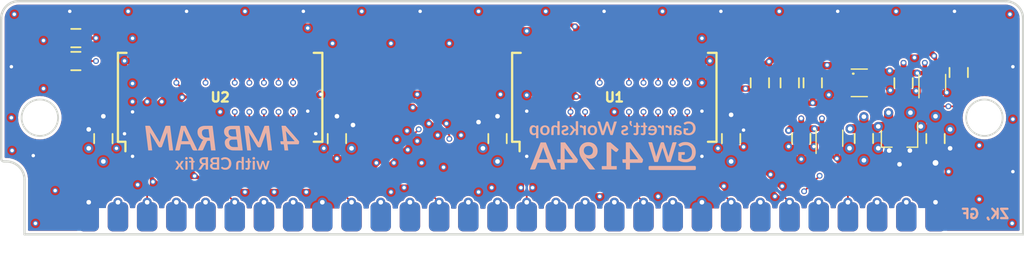
<source format=kicad_pcb>
(kicad_pcb (version 20221018) (generator pcbnew)
  (title_block (title "GW4194A") (date "2023-01-20") (rev "1.1-SOJ-DC") (company "Garrett's Workshop"))
  (layers (0 "F.Cu" signal) (1 "In1.Cu" power) (2 "In2.Cu" power) (31 "B.Cu" signal) (34 "B.Paste" user) (35 "F.Paste" user) (36 "B.SilkS" user "B.Silkscreen") (37 "F.SilkS" user "F.Silkscreen") (38 "B.Mask" user) (39 "F.Mask" user) (44 "Edge.Cuts" user))
  (net 0 "")
  (net 1 "+5V")
  (net 2 "/D0")
  (net 3 "/D1")
  (net 4 "/~{WE}")
  (net 5 "/~{RAS}")
  (net 6 "/~{CAS}")
  (net 7 "/D2")
  (net 8 "/D3")
  (net 9 "GND")
  (net 10 "/D4")
  (net 11 "/D5")
  (net 12 "/D6")
  (net 13 "/A11")
  (net 14 "/D7")
  (net 15 "/QP")
  (net 16 "/~{CASP}")
  (net 17 "/DP")
  (net 18 "/1A0")
  (net 19 "/1A1")
  (net 20 "/1A2")
  (net 21 "/1A3")
  (net 22 "/1A4")
  (net 23 "/1A5")
  (net 24 "/1A6")
  (net 25 "/1A7")
  (net 26 "/1A8")
  (net 27 "/1A10")
  (net 28 "/1A9")
  (net 29 "/~{RWE}")
  (net 30 "/~{OE}")
  (net 31 "/~{WEE}")
  (net 32 "Net-(U4-CK)")
  (net 33 "+3V3")
  (net 34 "Net-(U4-~{R})")
  (net 35 "Net-(R4-Pad2)")
  (footprint "stdpads:C_0805" (layer "F.Cu") (at 85.09 93.257 -90)
    (fp_text reference "C1" hide)
    (fp_text value "2u2" hide)
  )
  (footprint "stdpads:C_0805" (layer "F.Cu") (at 105.41 93.257 -90)
    (fp_text reference "C2" hide)
    (fp_text value "2u2" hide)
  )
  (footprint "stdpads:C_0805" (layer "F.Cu") (at 119.38 93.257 -90)
    (fp_text reference "C3" hide)
    (fp_text value "2u2" hide)
  )
  (footprint "stdpads:C_0805" (layer "F.Cu") (at 157.48 93.257 90)
    (fp_text reference "C5" hide)
    (fp_text value "2u2" hide)
  )
  (footprint "stdpads:SIMM-30_Edge" (layer "F.Cu") (at 120.65 99.822)
    (fp_text reference "J1")
    (fp_text value "DRAM-SIMM-30")
  )
  (footprint "stdpads:R_0805" (layer "F.Cu") (at 82.7 86.5 180)
    (fp_text reference "R1")
    (fp_text value "EDO")
  )
  (footprint "stdpads:R_0805" (layer "F.Cu") (at 82.7 84.5)
    (fp_text reference "R2")
    (fp_text value "FPM")
  )
  (footprint "stdpads:C_0805" (layer "F.Cu") (at 146.8 88.4 -90)
    (fp_text reference "C9")
    (fp_text value "22p")
  )
  (footprint "stdpads:R_0805" (layer "F.Cu") (at 144.8 88.4 -90)
    (fp_text reference "R3")
    (fp_text value "100")
  )
  (footprint "stdpads:SOT-353" (layer "F.Cu") (at 148.25 93.25)
    (fp_text reference "U3")
    (fp_text value "74LVC1G04")
  )
  (footprint "stdpads:SOT-353" (layer "F.Cu") (at 157.2 88.4)
    (fp_text reference "U5")
    (fp_text value "74LVC1G32")
  )
  (footprint "stdpads:C_0805" (layer "F.Cu") (at 154.7 88.4 -90)
    (fp_text reference "C8")
    (fp_text value "2u2")
  )
  (footprint "stdpads:SOT-23" (layer "F.Cu") (at 154.35 93.25 90)
    (fp_text reference "U6")
    (fp_text value "XC6206PxxxMR")
  )
  (footprint "stdpads:C_0805" (layer "F.Cu") (at 151.25 93.25 -90)
    (fp_text reference "C7" hide)
    (fp_text value "2u2" hide)
  )
  (footprint "stdpads:R_0805" (layer "F.Cu") (at 142.2 88.4 90)
    (fp_text reference "R4")
    (fp_text value "100")
  )
  (footprint "stdpads:C_0805" (layer "F.Cu") (at 145.8 93.25 -90)
    (fp_text reference "C6")
    (fp_text value "2u2")
  )
  (footprint "stdpads:SOJ-24-26_300mil" (layer "F.Cu") (at 129.54 89.662 90)
    (fp_text reference "U1")
    (fp_text value "4C4M4")
  )
  (footprint "stdpads:SOJ-24-26_300mil" (layer "F.Cu") (at 95.25 89.662 90)
    (fp_text reference "U2")
    (fp_text value "4C4M4")
  )
  (footprint "stdpads:C_0805" (layer "F.Cu") (at 139.7 93.257 -90)
    (fp_text reference "C4")
    (fp_text value "2u2")
  )
  (footprint "stdpads:NXP_VSSOP-8_2.3x2mm_Big" (layer "F.Cu") (at 150.85 88.4)
    (fp_text reference "U4")
    (fp_text value "74LVC1G74DC")
  )
  (footprint "stdpads:R_0805" (layer "F.Cu") (at 159.5 87.5 -90)
    (fp_text reference "R5")
    (fp_text value "DNP")
  )
  (footprint "LOGO" (layer "B.Cu") (at 129.413 94.0435 180)
    (fp_text reference "G***" hide)
    (fp_text value "LOGO" hide)
  )
  (footprint "LOGO" (layer "B.Cu") (at 95.4405 93.98 180)
    (fp_text reference "G***" hide)
    (fp_text value "LOGO" hide)
  )
  (gr_circle (center 79.5655 91.44) (end 77.978 91.44) (stroke (width 0.15)) (fill none) (layer "Edge.Cuts"))
  (gr_circle (center 161.7345 91.44) (end 163.322 91.44) (stroke (width 0.15)) (fill none) (layer "Edge.Cuts"))
  (gr_arc (start 163.576 81.28) (mid 164.653631 81.726369) (end 165.1 82.804) (stroke (width 0.2)) (layer "Edge.Cuts"))
  (gr_arc (start 76.2 82.804) (mid 76.646369 81.726369) (end 77.724 81.28) (stroke (width 0.2)) (layer "Edge.Cuts"))
  (gr_line (start 76.6445 95.25) (end 76.454 95.25) (stroke (width 0.2)) (layer "Edge.Cuts"))
  (gr_line (start 78.232 101.6) (end 78.232 96.8375) (stroke (width 0.2)) (layer "Edge.Cuts"))
  (gr_arc (start 76.454 95.25) (mid 76.274395 95.175605) (end 76.2 94.996) (stroke (width 0.2)) (layer "Edge.Cuts"))
  (gr_arc (start 76.6445 95.25) (mid 77.767032 95.714968) (end 78.232 96.8375) (stroke (width 0.2)) (layer "Edge.Cuts"))
  (gr_line (start 76.2 94.996) (end 76.2 82.804) (stroke (width 0.2)) (layer "Edge.Cuts"))
  (gr_line (start 165.1 101.6) (end 78.232 101.6) (stroke (width 0.2)) (layer "Edge.Cuts"))
  (gr_line (start 165.1 82.804) (end 165.1 101.6) (stroke (width 0.2)) (layer "Edge.Cuts"))
  (gr_line (start 77.724 81.28) (end 163.576 81.28) (stroke (width 0.2)) (layer "Edge.Cuts"))
  (gr_text "ZK, GF" (at 161.798 99.822) (layer "B.SilkS") (effects (font (size 0.8128 0.8128) (thickness 0.2032)) (justify mirror)))
  (segment (start 154.35 94.3) (end 155.25 94.3) (width 0.8) (layer "F.Cu") (net 1))
  (segment (start 154.35 94.3) (end 153.45 94.3) (width 0.8) (layer "F.Cu") (net 1))
  (segment (start 154.35 94.3) (end 154.35 95.5) (width 0.8) (layer "F.Cu") (net 1))
  (segment (start 87.63 92.5195) (end 87.63 92.837) (width 0.6) (layer "F.Cu") (net 1))
  (segment (start 155.443 94.107) (end 155.25 94.3) (width 0.8) (layer "F.Cu") (net 1))
  (segment (start 85.09 92.407) (end 87.5175 92.407) (width 0.6) (layer "F.Cu") (net 1))
  (segment (start 87.5175 92.407) (end 87.63 92.5195) (width 0.6) (layer "F.Cu") (net 1))
  (segment (start 105.41 92.407) (end 105.41 91.313) (width 0.762) (layer "F.Cu") (net 1))
  (segment (start 137.209 92.407) (end 137.16 92.456) (width 0.6) (layer "F.Cu") (net 1))
  (segment (start 157.48 98.806) (end 157.48 95.377) (width 1.27) (layer "F.Cu") (net 1))
  (segment (start 139.7 92.407) (end 137.209 92.407) (width 0.6) (layer "F.Cu") (net 1))
  (segment (start 106.475 92.407) (end 106.807 92.075) (width 0.762) (layer "F.Cu") (net 1))
  (segment (start 118.315 92.407) (end 117.729 91.821) (width 0.762) (layer "F.Cu") (net 1))
  (segment (start 121.871 92.407) (end 121.92 92.456) (width 0.6) (layer "F.Cu") (net 1))
  (segment (start 83.869 92.407) (end 83.82 92.456) (width 0.762) (layer "F.Cu") (net 1))
  (segment (start 85.09 92.407) (end 85.09 91.313) (width 0.762) (layer "F.Cu") (net 1))
  (segment (start 137.16 92.456) (end 137.16 92.837) (width 0.6) (layer "F.Cu") (net 1))
  (segment (start 121.92 92.837) (end 121.92 94.8055) (width 0.6) (layer "F.Cu") (net 1))
  (segment (start 157.48 94.107) (end 158.75 94.107) (width 0.8) (layer "F.Cu") (net 1))
  (segment (start 102.87 92.837) (end 103.5685 92.837) (width 0.6) (layer "F.Cu") (net 1))
  (segment (start 137.16 92.837) (end 137.16 94.8055) (width 0.6) (layer "F.Cu") (net 1))
  (segment (start 140.667 92.407) (end 140.7795 92.5195) (width 0.508) (layer "F.Cu") (net 1))
  (segment (start 121.92 92.837) (end 121.92 90.8685) (width 0.6) (layer "F.Cu") (net 1))
  (segment (start 87.63 92.837) (end 86.9315 92.837) (width 0.6) (layer "F.Cu") (net 1))
  (segment (start 87.63 92.837) (end 87.63 94.8055) (width 0.6) (layer "F.Cu") (net 1))
  (segment (start 102.87 92.837) (end 102.87 90.8685) (width 0.6) (layer "F.Cu") (net 1))
  (segment (start 105.41 92.407) (end 106.475 92.407) (width 0.762) (layer "F.Cu") (net 1))
  (segment (start 157.48 94.107) (end 155.443 94.107) (width 0.8) (layer "F.Cu") (net 1))
  (segment (start 157.48 95.377) (end 157.48 94.107) (width 0.762) (layer "F.Cu") (net 1))
  (segment (start 137.16 92.837) (end 137.16 90.8685) (width 0.6) (layer "F.Cu") (net 1))
  (segment (start 102.919 92.407) (end 102.87 92.456) (width 0.6) (layer "F.Cu") (net 1))
  (segment (start 119.38 92.407) (end 118.315 92.407) (width 0.762) (layer "F.Cu") (net 1))
  (segment (start 139.7 92.407) (end 139.7 91.186) (width 0.762) (layer "F.Cu") (net 1))
  (segment (start 105.41 92.407) (end 102.919 92.407) (width 0.6) (layer "F.Cu") (net 1))
  (segment (start 119.38 92.407) (end 121.871 92.407) (width 0.6) (layer "F.Cu") (net 1))
  (segment (start 102.87 92.456) (end 102.87 92.837) (width 0.6) (layer "F.Cu") (net 1))
  (segment (start 87.63 94.112) (end 87.63 90.932) (width 0.6) (layer "F.Cu") (net 1))
  (segment (start 119.38 92.407) (end 119.38 91.313) (width 0.762) (layer "F.Cu") (net 1))
  (segment (start 139.7 92.407) (end 140.667 92.407) (width 0.508) (layer "F.Cu") (net 1))
  (segment (start 87.625 94.107) (end 87.63 94.112) (width 0.508) (layer "F.Cu") (net 1))
  (segment (start 85.09 92.407) (end 83.869 92.407) (width 0.762) (layer "F.Cu") (net 1))
  (segment (start 121.92 92.456) (end 121.92 92.837) (width 0.6) (layer "F.Cu") (net 1))
  (via (at 77.089 86.995) (size 0.508) (drill 0.3) (layers "F.Cu" "B.Cu") (net 1))
  (via (at 164.211 86.995) (size 0.508) (drill 0.3) (layers "F.Cu" "B.Cu") (net 1))
  (via (at 164.211 96.139) (size 0.508) (drill 0.3) (layers "F.Cu" "B.Cu") (net 1))
  (via (at 78.994 94.742) (size 0.508) (drill 0.3) (layers "F.Cu" "B.Cu") (net 1))
  (via (at 159.131 82.169) (size 0.508) (drill 0.3) (layers "F.Cu" "B.Cu") (net 1))
  (via (at 148.971 82.169) (size 0.508) (drill 0.3) (layers "F.Cu" "B.Cu") (net 1))
  (via (at 92.329 82.169) (size 0.508) (drill 0.3) (layers "F.Cu" "B.Cu") (net 1))
  (via (at 102.489 82.169) (size 0.508) (drill 0.3) (layers "F.Cu" "B.Cu") (net 1))
  (via (at 138.811 82.169) (size 0.508) (drill 0.3) (layers "F.Cu" "B.Cu") (net 1))
  (via (at 82.169 82.169) (size 0.508) (drill 0.3) (layers "F.Cu" "B.Cu") (net 1))
  (via (at 112.649 82.169) (size 0.508) (drill 0.3) (layers "F.Cu" "B.Cu") (net 1))
  (via (at 128.651 82.169) (size 0.508) (drill 0.3) (layers "F.Cu" "B.Cu") (net 1))
  (via (at 155.25 94.3) (size 0.8) (drill 0.4) (layers "F.Cu" "B.Cu") (net 1))
  (via (at 154.35 95.5) (size 0.8) (drill 0.4) (layers "F.Cu" "B.Cu") (net 1))
  (via (at 153.45 94.3) (size 0.8) (drill 0.4) (layers "F.Cu" "B.Cu") (net 1))
  (via (at 117.729 91.821) (size 0.8) (drill 0.4) (layers "F.Cu" "B.Cu") (net 1))
  (via (at 102.87 90.8685) (size 0.6) (drill 0.3) (layers "F.Cu" "B.Cu") (net 1))
  (via (at 121.92 90.8685) (size 0.6) (drill 0.3) (layers "F.Cu" "B.Cu") (net 1))
  (via (at 140.7795 92.5195) (size 0.508) (drill 0.3) (layers "F.Cu" "B.Cu") (net 1))
  (via (at 103.5685 92.837) (size 0.6) (drill 0.3) (layers "F.Cu" "B.Cu") (net 1))
  (via (at 87.63 90.932) (size 0.6) (drill 0.3) (layers "F.Cu" "B.Cu") (net 1))
  (via (at 85.09 91.313) (size 0.8) (drill 0.4) (layers "F.Cu" "B.Cu") (net 1))
  (via (at 158.75 94.107) (size 0.8) (drill 0.4) (layers "F.Cu" "B.Cu") (net 1))
  (via (at 106.807 92.075) (size 0.8) (drill 0.4) (layers "F.Cu" "B.Cu") (net 1))
  (via (at 137.16 94.8055) (size 0.6) (drill 0.3) (layers "F.Cu" "B.Cu") (net 1))
  (via (at 87.63 94.8055) (size 0.6) (drill 0.3) (layers "F.Cu" "B.Cu") (net 1))
  (via (at 105.41 91.313) (size 0.8) (drill 0.4) (layers "F.Cu" "B.Cu") (net 1))
  (via (at 86.9315 92.837) (size 0.6) (drill 0.3) (layers "F.Cu" "B.Cu") (net 1))
  (via (at 139.7 91.186) (size 0.8) (drill 0.4) (layers "F.Cu" "B.Cu") (net 1))
  (via (at 83.82 92.456) (size 0.8) (drill 0.4) (layers "F.Cu" "B.Cu") (net 1))
  (via (at 121.92 94.8055) (size 0.6) (drill 0.3) (layers "F.Cu" "B.Cu") (net 1))
  (via (at 137.16 90.8685) (size 0.6) (drill 0.3) (layers "F.Cu" "B.Cu") (net 1))
  (via (at 119.38 91.313) (size 0.8) (drill 0.4) (layers "F.Cu" "B.Cu") (net 1))
  (via (at 157.48 95.377) (size 1) (drill 0.5) (layers "F.Cu" "B.Cu") (net 1))
  (segment (start 88.9 96.266) (end 88.265 95.631) (width 0.1524) (layer "F.Cu") (net 2))
  (segment (start 88.265 89.916) (end 88.9 89.281) (width 0.1524) (layer "F.Cu") (net 2))
  (segment (start 88.9 98.806) (end 88.9 96.266) (width 0.1524) (layer "F.Cu") (net 2))
  (segment (start 88.9 89.281) (end 88.9 85.962) (width 0.1524) (layer "F.Cu") (net 2))
  (segment (start 88.265 95.631) (end 88.265 89.916) (width 0.1524) (layer "F.Cu") (net 2))
  (segment (start 96.52 98.806) (end 95.504 97.79) (width 0.1524) (layer "F.Cu") (net 3))
  (segment (start 95.504 97.79) (end 90.932 97.79) (width 0.1524) (layer "F.Cu") (net 3))
  (segment (start 90.932 97.79) (end 88.9 95.758) (width 0.1524) (layer "F.Cu") (net 3))
  (segment (start 88.9 95.758) (end 88.9 94.112) (width 0.1524) (layer "F.Cu") (net 3))
  (segment (start 156.55 89.25) (end 156.55 90.2) (width 0.1524) (layer "F.Cu") (net 4))
  (segment (start 156.8 90.45) (end 158.6 90.45) (width 0.1524) (layer "F.Cu") (net 4))
  (segment (start 159.25 90.45) (end 158.6 90.45) (width 0.1524) (layer "F.Cu") (net 4))
  (segment (start 146.7485 97.155) (end 146.05 97.8535) (width 0.1524) (layer "F.Cu") (net 4))
  (segment (start 159.5 90.2) (end 159.25 90.45) (width 0.1524) (layer "F.Cu") (net 4))
  (segment (start 156.55 90.2) (end 156.8 90.45) (width 0.1524) (layer "F.Cu") (net 4))
  (segment (start 147.4 96.5) (end 146.7485 97.1515) (width 0.1524) (layer "F.Cu") (net 4))
  (segment (start 159.5 88.45) (end 159.5 90.2) (width 0.1524) (layer "F.Cu") (net 4))
  (segment (start 146.7485 97.1515) (end 146.7485 97.155) (width 0.1524) (layer "F.Cu") (net 4))
  (via (at 146.05 97.8535) (size 0.508) (drill 0.3) (layers "F.Cu" "B.Cu") (net 4))
  (via (at 147.4 96.5) (size 0.508) (drill 0.3) (layers "F.Cu" "B.Cu") (net 4))
  (via (at 158.6 90.45) (size 0.508) (drill 0.3) (layers "F.Cu" "B.Cu") (net 4))
  (segment (start 127 94.112) (end 127 90.932) (width 0.1524) (layer "F.Cu") (net 5))
  (segment (start 92.71 95.504) (end 92.71 93.362) (width 0.1524) (layer "F.Cu") (net 5))
  (segment (start 112.522 92.456) (end 108.585 96.393) (width 0.1524) (layer "F.Cu") (net 5))
  (segment (start 149.86 96.66) (end 149.86 98.806) (width 0.1524) (layer "F.Cu") (net 5))
  (segment (start 108.585 96.393) (end 93.599 96.393) (width 0.1524) (layer "F.Cu") (net 5))
  (segment (start 148.25 94.1) (end 148.25 95.05) (width 0.1524) (layer "F.Cu") (net 5))
  (segment (start 93.599 96.393) (end 92.71 95.504) (width 0.1524) (layer "F.Cu") (net 5))
  (segment (start 148.25 95.05) (end 149.86 96.66) (width 0.1524) (layer "F.Cu") (net 5))
  (via (at 127 90.932) (size 0.508) (drill 0.3) (layers "F.Cu" "B.Cu") (net 5))
  (via (at 112.522 92.456) (size 0.508) (drill 0.3) (layers "F.Cu" "B.Cu") (net 5))
  (segment (start 138.7 88.4) (end 143.15 88.4) (width 0.1524) (layer "F.Cu") (net 6))
  (segment (start 103.759 88.8365) (end 114.4905 88.8365) (width 0.1524) (layer "F.Cu") (net 6))
  (segment (start 150 86.35) (end 150.35 86.7) (width 0.1524) (layer "F.Cu") (net 6))
  (segment (start 103.3145 89.281) (end 103.759 88.8365) (width 0.1524) (layer "F.Cu") (net 6))
  (segment (start 91.44 88.392) (end 92.329 89.281) (width 0.1524) (layer "F.Cu") (net 6))
  (segment (start 125.73 88.392) (end 126.588 89.25) (width 0.1524) (layer "F.Cu") (net 6))
  (segment (start 126.588 89.25) (end 137.85 89.25) (width 0.1524) (layer "F.Cu") (net 6))
  (segment (start 143.5 86.85) (end 144 86.35) (width 0.1524) (layer "F.Cu") (net 6))
  (segment (start 137.85 89.25) (end 138.7 88.4) (width 0.1524) (layer "F.Cu") (net 6))
  (segment (start 150.2 88.15) (end 149.325 88.15) (width 0.1524) (layer "F.Cu") (net 6))
  (segment (start 114.4905 88.8365) (end 120.015 83.312) (width 0.1524) (layer "F.Cu") (net 6))
  (segment (start 84.45 86.5) (end 83.65 86.5) (width 0.1524) (layer "F.Cu") (net 6))
  (segment (start 150.35 86.7) (end 150.35 88) (width 0.1524) (layer "F.Cu") (net 6))
  (segment (start 92.329 89.281) (end 103.3145 89.281) (width 0.1524) (layer "F.Cu") (net 6))
  (segment (start 143.5 88.05) (end 143.5 86.85) (width 0.1524) (layer "F.Cu") (net 6))
  (segment (start 125.73 83.82) (end 125.73 88.392) (width 0.1524) (layer "F.Cu") (net 6))
  (segment (start 125.222 83.312) (end 125.73 83.82) (width 0.1524) (layer "F.Cu") (net 6))
  (segment (start 91.44 88.392) (end 91.44 85.212) (width 0.1524) (layer "F.Cu") (net 6))
  (segment (start 144 86.35) (end 150 86.35) (width 0.1524) (layer "F.Cu") (net 6))
  (segment (start 143.15 88.4) (end 143.5 88.05) (width 0.1524) (layer "F.Cu") (net 6))
  (segment (start 120.015 83.312) (end 125.222 83.312) (width 0.1524) (layer "F.Cu") (net 6))
  (segment (start 150.35 88) (end 150.2 88.15) (width 0.1524) (layer "F.Cu") (net 6))
  (via (at 84.45 86.5) (size 0.508) (drill 0.3) (layers "F.Cu" "B.Cu") (net 6))
  (via (at 91.44 88.392) (size 0.508) (drill 0.3) (layers "F.Cu" "B.Cu") (net 6))
  (segment (start 90.17 85.962) (end 90.17 89.281) (width 0.1524) (layer "F.Cu") (net 7))
  (segment (start 105.283 97.409) (end 106.68 98.806) (width 0.1524) (layer "F.Cu") (net 7))
  (segment (start 89.535 95.758) (end 91.186 97.409) (width 0.1524) (layer "F.Cu") (net 7))
  (segment (start 90.17 89.281) (end 89.535 89.916) (width 0.1524) (layer "F.Cu") (net 7))
  (segment (start 91.186 97.409) (end 105.283 97.409) (width 0.1524) (layer "F.Cu") (net 7))
  (segment (start 89.535 89.916) (end 89.535 95.758) (width 0.1524) (layer "F.Cu") (net 7))
  (segment (start 91.44 97.028) (end 112.522 97.028) (width 0.1524) (layer "F.Cu") (net 8))
  (segment (start 90.17 95.758) (end 91.44 97.028) (width 0.1524) (layer "F.Cu") (net 8))
  (segment (start 90.17 94.112) (end 90.17 95.758) (width 0.1524) (layer "F.Cu") (net 8))
  (segment (start 112.522 97.028) (end 114.3 98.806) (width 0.1524) (layer "F.Cu") (net 8))
  (segment (start 155.3 92.2) (end 156.2 92.2) (width 0.8) (layer "F.Cu") (net 9))
  (segment (start 155.3 92.2) (end 155.3 91) (width 0.8) (layer "F.Cu") (net 9))
  (segment (start 146.75 94.1) (end 146.9 93.95) (width 0.6) (layer "F.Cu") (net 9))
  (segment (start 119.38 94.107) (end 118.11 94.107) (width 0.762) (layer "F.Cu") (net 9))
  (segment (start 87.63 86.487) (end 87.63 88.4555) (width 0.6) (layer "F.Cu") (net 9))
  (segment (start 151.25 94.1) (end 151.25 95.15) (width 0.8) (layer "F.Cu") (net 9))
  (segment (start 140.6525 94.107) (end 140.7795 93.98) (width 0.508) (layer "F.Cu") (net 9))
  (segment (start 153.75 89.25) (end 153.55 89.05) (width 0.6) (layer "F.Cu") (net 9))
  (segment (start 154.7 89.25) (end 153.75 89.25) (width 0.6) (layer "F.Cu") (net 9))
  (segment (start 145.8 94.1) (end 146.75 94.1) (width 0.6) (layer "F.Cu") (net 9))
  (segment (start 102.87 86.487) (end 102.87 83.6295) (width 0.6) (layer "F.Cu") (net 9))
  (segment (start 139.7 94.107) (end 138.557 94.107) (width 0.6) (layer "F.Cu") (net 9))
  (segment (start 156.407 92.407) (end 156.2 92.2) (width 0.8) (layer "F.Cu") (net 9))
  (segment (start 148 89.25) (end 148.2 89.45) (width 0.6) (layer "F.Cu") (net 9))
  (segment (start 105.41 94.107) (end 105.41 94.996) (width 0.508) (layer "F.Cu") (net 9))
  (segment (start 119.38 94.107) (end 119.38 95.25) (width 0.762) (layer "F.Cu") (net 9))
  (segment (start 146.8 89.25) (end 148 89.25) (width 0.6) (layer "F.Cu") (net 9))
  (segment (start 121.92 86.487) (end 121.412 86.487) (width 0.6) (layer "F.Cu") (net 9))
  (segment (start 105.41 94.107) (end 106.68 94.107) (width 0.762) (layer "F.Cu") (net 9))
  (segment (start 151.25 94.1) (end 152.5 94.1) (width 0.8) (layer "F.Cu") (net 9))
  (segment (start 102.87 86.487) (end 102.87 88.2015) (width 0.6) (layer "F.Cu") (net 9))
  (segment (start 157.48 92.407) (end 158.701 92.407) (width 0.8) (layer "F.Cu") (net 9))
  (segment (start 85.09 94.107) (end 85.09 95.25) (width 0.762) (layer "F.Cu") (net 9))
  (segment (start 85.09 94.107) (end 83.82 94.107) (width 0.762) (layer "F.Cu") (net 9))
  (segment (start 85.09 94.107) (end 86.233 94.107) (width 0.6) (layer "F.Cu") (net 9))
  (segment (start 144.85 94.1) (end 144.7 93.95) (width 0.6) (layer "F.Cu") (net 9))
  (segment (start 121.92 86.487) (end 121.92 83.8835) (width 0.6) (layer "F.Cu") (net 9))
  (segment (start 83.65 84.5) (end 84.45 84.5) (width 0.1524) (layer "F.Cu") (net 9))
  (segment (start 87.63 86.487) (end 87.63 84.5185) (width 0.6) (layer "F.Cu") (net 9))
  (segment (start 139.7 94.107) (end 139.7 95.25) (width 0.762) (layer "F.Cu") (net 9))
  (segment (start 137.16 86.487) (end 137.8585 86.487) (width 0.6) (layer "F.Cu") (net 9))
  (segment (start 105.41 94.107) (end 104.267 94.107) (width 0.6) (layer "F.Cu") (net 9))
  (segment (start 157.85 89.25) (end 158.45 89.25) (width 0.45) (layer "F.Cu") (net 9))
  (segment (start 137.16 86.487) (end 137.16 84.5185) (width 0.6) (layer "F.Cu") (net 9))
  (segment (start 148.2 89.45) (end 148.3 89.35) (width 0.6) (layer "F.Cu") (net 9))
  (segment (start 148.3 89.35) (end 149.35 89.35) (width 0.6) (layer "F.Cu") (net 9))
  (segment (start 145.8 94.1) (end 144.85 94.1) (width 0.6) (layer "F.Cu") (net 9))
  (segment (start 121.92 86.487) (end 121.92 89.4715) (width 0.6) (layer "F.Cu") (net 9))
  (segment (start 154.7 89.25) (end 155.65 89.25) (width 0.6) (layer "F.Cu") (net 9))
  (segment (start 151.25 94.1) (end 150 94.1) (width 0.8) (layer "F.Cu") (net 9))
  (segment (start 102.87 86.487) (end 103.378 86.487) (width 0.6) (layer "F.Cu") (net 9))
  (segment (start 157.48 92.407) (end 156.407 92.407) (width 0.8) (layer "F.Cu") (net 9))
  (segment (start 157.48 92.407) (end 157.48 91.313) (width 0.8) (layer "F.Cu") (net 9))
  (segment (start 145.8 94.1) (end 145.8 95.05) (width 0.6) (layer "F.Cu") (net 9))
  (segment (start 155.65 89.25) (end 155.8 89.1) (width 0.6) (layer "F.Cu") (net 9))
  (segment (start 137.16 85.212) (end 137.16 88.392) (width 0.6) (layer "F.Cu") (net 9))
  (segment (start 146.8 89.25) (end 146.8 90.15) (width 0.508) (layer "F.Cu") (net 9))
  (segment (start 87.63 86.487) (end 86.9315 86.487) (width 0.6) (layer "F.Cu") (net 9))
  (segment (start 139.7 94.107) (end 140.6525 94.107) (width 0.508) (layer "F.Cu") (net 9))
  (segment (start 148.9 94.1) (end 148.9 95) (width 0.4) (layer "F.Cu") (net 9))
  (segment (start 158.701 92.407) (end 158.75 92.456) (width 0.8) (layer "F.Cu") (net 9))
  (via (at 112.776 95.377) (size 0.508) (drill 0.3) (layers "F.Cu" "B.Cu") (net 9))
  (via (at 110.617 93.345) (size 0.508) (drill 0.3) (layers "F.Cu" "B.Cu") (net 9))
  (via (at 95.25 90.932) (size 0.508) (drill 0.3) (layers "F.Cu" "B.Cu") (net 9))
  (via (at 112.395 89.408) (size 0.508) (drill 0.3) (layers "F.Cu" "B.Cu") (net 9))
  (via (at 119.634 89.408) (size 0.508) (drill 0.3) (layers "F.Cu" "B.Cu") (net 9))
  (via (at 111.252 97.536) (size 0.508) (drill 0.3) (layers "F.Cu" "B.Cu") (net 9))
  (via (at 117.729 97.917) (size 0.508) (drill 0.3) (layers "F.Cu" "B.Cu") (net 9))
  (via (at 118.872 97.536) (size 0.508) (drill 0.3) (layers "F.Cu" "B.Cu") (net 9))
  (via (at 139.065 97.409) (size 0.508) (drill 0.3) (layers "F.Cu" "B.Cu") (net 9))
  (via (at 89.408 97.028) (size 0.508) (drill 0.3) (layers "F.Cu" "B.Cu") (net 9))
  (via (at 88.0745 97.282) (size 0.508) (drill 0.3) (layers "F.Cu" "B.Cu") (net 9))
  (via (at 114.173 92.964) (size 0.508) (drill 0.3) (layers "F.Cu" "B.Cu") (net 9))
  (via (at 114.935 91.948) (size 0.508) (drill 0.3) (layers "F.Cu" "B.Cu") (net 9))
  (via (at 114.681 95.758) (size 0.508) (drill 0.3) (layers "F.Cu" "B.Cu") (net 9))
  (via (at 144.145 97.409) (size 0.508) (drill 0.3) (layers "F.Cu" "B.Cu") (net 9))
  (via (at 143.129 96.393) (size 0.508) (drill 0.3) (layers "F.Cu" "B.Cu") (net 9))
  (via (at 88.9 90.043) (size 0.508) (drill 0.3) (layers "F.Cu" "B.Cu") (net 9))
  (via (at 87.63 90.043) (size 0.508) (drill 0.3) (layers "F.Cu" "B.Cu") (net 9))
  (via (at 90.17 90.043) (size 0.508) (drill 0.3) (layers "F.Cu" "B.Cu") (net 9))
  (via (at 91.948 89.662) (size 0.508) (drill 0.3) (layers "F.Cu" "B.Cu") (net 9))
  (via (at 126.238 89.5985) (size 0.508) (drill 0.3) (layers "F.Cu" "B.Cu") (net 9))
  (via (at 112.395 93.472) (size 0.508) (drill 0.3) (layers "F.Cu" "B.Cu") (net 9))
  (via (at 113.411 91.948) (size 0.508) (drill 0.3) (layers "F.Cu" "B.Cu") (net 9))
  (via (at 116.205 92.964) (size 0.508) (drill 0.3) (layers "F.Cu" "B.Cu") (net 9))
  (via (at 111.506 92.583) (size 0.508) (drill 0.3) (layers "F.Cu" "B.Cu") (net 9))
  (via (at 121.412 97.536) (size 0.508) (drill 0.3) (layers "F.Cu" "B.Cu") (net 9))
  (via (at 122.428 97.536) (size 0.508) (drill 0.3) (layers "F.Cu" "B.Cu") (net 9))
  (via (at 110.363 95.377) (size 0.508) (drill 0.3) (layers "F.Cu" "B.Cu") (net 9))
  (via (at 163.957 82.423) (size 0.508) (drill 0.3) (layers "F.Cu" "B.Cu") (net 9))
  (via (at 164.1475 100.6475) (size 0.508) (drill 0.3) (layers "F.Cu" "B.Cu") (net 9))
  (via (at 79.1845 100.6475) (size 0.508) (drill 0.3) (layers "F.Cu" "B.Cu") (net 9))
  (via (at 77.1525 94.2975) (size 0.508) (drill 0.3) (layers "F.Cu" "B.Cu") (net 9))
  (via (at 77.089 91.44) (size 0.508) (drill 0.3) (layers "F.Cu" "B.Cu") (net 9))
  (via (at 79.883 84.709) (size 0.508) (drill 0.3) (layers "F.Cu" "B.Cu") (net 9))
  (via (at 161.29 93.853) (size 0.508) (drill 0.3) (layers "F.Cu" "B.Cu") (net 9))
  (via (at 161.29 98.552) (size 0.508) (drill 0.3) (layers "F.Cu" "B.Cu") (net 9))
  (via (at 80.899 97.79) (size 0.508) (drill 0.3) (layers "F.Cu" "B.Cu") (net 9))
  (via (at 79.883 88.9) (size 0.508) (drill 0.3) (layers "F.Cu" "B.Cu") (net 9))
  (via (at 133.35 98.298) (size 0.508) (drill 0.3) (layers "F.Cu" "B.Cu") (net 9))
  (via (at 110.109 97.917) (size 0.508) (drill 0.3) (layers "F.Cu" "B.Cu") (net 9))
  (via (at 102.743 97.917) (size 0.508) (drill 0.3) (layers "F.Cu" "B.Cu") (net 9))
  (via (at 99.949 97.917) (size 0.508) (drill 0.3) (layers "F.Cu" "B.Cu") (net 9))
  (via (at 97.409 97.917) (size 0.508) (drill 0.3) (layers "F.Cu" "B.Cu") (net 9))
  (via (at 158.623 96.139) (size 0.508) (drill 0.3) (layers "F.Cu" "B.Cu") (net 9))
  (via (at 111.5695 94.234) (size 0.508) (drill 0.3) (layers "F.Cu" "B.Cu") (net 9))
  (via (at 104.013 89.408) (size 0.508) (drill 0.3) (layers "F.Cu" "B.Cu") (net 9))
  (via (at 108.839 95.377) (size 0.508) (drill 0.3) (layers "F.Cu" "B.Cu") (net 9))
  (via (at 112.014 90.551) (size 0.508) (drill 0.3) (layers "F.Cu" "B.Cu") (net 9))
  (via (at 164.211 91.567) (size 0.508) (drill 0.3) (layers "F.Cu" "B.Cu") (net 9))
  (via (at 77.343 82.423) (size 0.508) (drill 0.3) (layers "F.Cu" "B.Cu") (net 9))
  (via (at 154.051 82.169) (size 0.508) (drill 0.3) (layers "F.Cu" "B.Cu") (net 9))
  (via (at 87.249 82.169) (size 0.508) (drill 0.3) (layers "F.Cu" "B.Cu") (net 9))
  (via (at 97.409 82.169) (size 0.508) (drill 0.3) (layers "F.Cu" "B.Cu") (net 9))
  (via (at 143.891 82.169) (size 0.508) (drill 0.3) (layers "F.Cu" "B.Cu") (net 9))
  (via (at 110.109 84.963) (size 0.508) (drill 0.3) (layers "F.Cu" "B.Cu") (net 9))
  (via (at 105.029 84.963) (size 0.508) (drill 0.3) (layers "F.Cu" "B.Cu") (net 9))
  (via (at 115.189 84.963) (size 0.508) (drill 0.3) (layers "F.Cu" "B.Cu") (net 9))
  (via (at 126.111 83.5025) (size 0.508) (drill 0.3) (layers "F.Cu" "B.Cu") (net 9))
  (via (at 107.569 82.169) (size 0.508) (drill 0.3) (layers "F.Cu" "B.Cu") (net 9))
  (via (at 117.729 82.169) (size 0.508) (drill 0.3) (layers "F.Cu" "B.Cu") (net 9))
  (via (at 123.571 82.169) (size 0.508) (drill 0.3) (layers "F.Cu" "B.Cu") (net 9))
  (via (at 133.731 82.169) (size 0.508) (drill 0.3) (layers "F.Cu" "B.Cu") (net 9))
  (via (at 128.27 98.298) (size 0.508) (drill 0.3) (layers "F.Cu" "B.Cu") (net 9))
  (via (at 143.51 98.298) (size 0.508) (drill 0.3) (layers "F.Cu" "B.Cu") (net 9))
  (via (at 157.35 86.05) (size 0.508) (drill 0.3) (layers "F.Cu" "B.Cu") (net 9))
  (via (at 156.2 92.2) (size 0.8) (drill 0.4) (layers "F.Cu" "B.Cu") (net 9))
  (via (at 148.05 86.85) (size 0.508) (drill 0.3) (layers "F.Cu" "B.Cu") (net 9))
  (via (at 155.65 86.2) (size 0.508) (drill 0.3) (layers "F.Cu" "B.Cu") (net 9))
  (via (at 143 86.55) (size 0.508) (drill 0.3) (layers "F.Cu" "B.Cu") (net 9))
  (via (at 140.95 88.9) (size 0.508) (drill 0.3) (layers "F.Cu" "B.Cu") (net 9))
  (via (at 137.16 84.5185) (size 0.6) (drill 0.3) (layers "F.Cu" "B.Cu") (net 9))
  (via (at 137.16 88.392) (size 0.6) (drill 0.3) (layers "F.Cu" "B.Cu") (net 9))
  (via (at 150 94.1) (size 0.8) (drill 0.4) (layers "F.Cu" "B.Cu") (net 9))
  (via (at 102.87 83.6295) (size 0.6) (drill 0.3) (layers "F.Cu" "B.Cu") (net 9))
  (via (at 105.41 94.996) (size 0.508) (drill 0.3) (layers "F.Cu" "B.Cu") (net 9))
  (via (at 140.7795 93.98) (size 0.508) (drill 0.3) (layers "F.Cu" "B.Cu") (net 9))
  (via (at 121.92 89.4715) (size 0.6) (drill 0.3) (layers "F.Cu" "B.Cu") (net 9))
  (via (at 84.45 84.5) (size 0.508) (drill 0.3) (layers "F.Cu" "B.Cu") (net 9))
  (via (at 145.8 95.05) (size 0.6) (drill 0.3) (layers "F.Cu" "B.Cu") (net 9))
  (via (at 87.63 84.5185) (size 0.6) (drill 0.3) (layers "F.Cu" "B.Cu") (net 9))
  (via (at 151.25 95.15) (size 0.8) (drill 0.4) (layers "F.Cu" "B.Cu") (net 9))
  (via (at 83.82 94.107) (size 0.8) (drill 0.4) (layers "F.Cu" "B.Cu") (net 9))
  (via (at 119.38 95.25) (size 0.8) (drill 0.4) (layers "F.Cu" "B.Cu") (net 9))
  (via (at 158.75 92.456) (size 0.8) (drill 0.4) (layers "F.Cu" "B.Cu") (net 9))
  (via (at 85.09 95.25) (size 0.8) (drill 0.4) (layers "F.Cu" "B.Cu") (net 9))
  (via (at 148.2 89.45) (size 0.6) (drill 0.3) (layers "F.Cu" "B.Cu") (net 9))
  (via (at 146.9 93.95) (size 0.6) (drill 0.3) (layers "F.Cu" "B.Cu") (net 9))
  (via (at 153.55 89.05) (size 0.6) (drill 0.3) (layers "F.Cu" "B.Cu") (net 9))
  (via (at 121.92 83.8835) (size 0.6) (drill 0.3) (layers "F.Cu" "B.Cu") (net 9))
  (via (at 139.7 95.25) (size 0.8) (drill 0.4) (layers "F.Cu" "B.Cu") (net 9))
  (via (at 86.9315 86.487) (size 0.6) (drill 0.3) (layers "F.Cu" "B.Cu") (net 9))
  (via (at 148.9 95) (size 0.508) (drill 0.3) (layers "F.Cu" "B.Cu") (net 9))
  (via (at 138.557 94.107) (size 0.6) (drill 0.3) (layers "F.Cu" "B.Cu") (net 9))
  (via (at 144.7 93.95) (size 0.6) (drill 0.3) (layers "F.Cu" "B.Cu") (net 9))
  (via (at 157.48 91.313) (size 0.8) (drill 0.4) (layers "F.Cu" "B.Cu") (net 9))
  (via (at 158.45 89.25) (size 0.508) (drill 0.3) (layers "F.Cu" "B.Cu") (net 9))
  (via (at 137.8585 86.487) (size 0.6) (drill 0.3) (layers "F.Cu" "B.Cu") (net 9))
  (via (at 118.11 94.107) (size 0.8) (drill 0.4) (layers "F.Cu" "B.Cu") (net 9))
  (via (at 104.267 94.107) (size 0.6) (drill 0.3) (layers "F.Cu" "B.Cu") (net 9))
  (via (at 93.0275 96.52) (size 0.508) (drill 0.3) (layers "F.Cu" "B.Cu") (net 9))
  (via (at 86.233 94.107) (size 0.6) (drill 0.3) (layers "F.Cu" "B.Cu") (net 9))
  (via (at 106.68 94.107) (size 0.8) (drill 0.4) (layers "F.Cu" "B.Cu") (net 9))
  (via (at 87.63 88.4555) (size 0.6) (drill 0.3) (layers "F.Cu" "B.Cu") (net 9))
  (via (at 155.8 89.1) (size 0.6) (drill 0.3) (layers "F.Cu" "B.Cu") (net 9))
  (via (at 155.3 91) (size 0.8) (drill 0.4) (layers "F.Cu" "B.Cu") (net 9))
  (via (at 129.54 90.932) (size 0.508) (drill 0.3) (layers "F.Cu" "B.Cu") (net 9))
  (via (at 152.5 94.1) (size 0.8) (drill 0.4) (layers "F.Cu" "B.Cu") (net 9))
  (via (at 146.8 90.15) (size 0.508) (drill 0.3) (layers "F.Cu" "B.Cu") (net 9))
  (segment (start 122.555 95.8215) (end 122.555 89.662) (width 0.1524) (layer "F.Cu") (net 10))
  (segment (start 122.555 95.8215) (end 121.92 96.4565) (width 0.1524) (layer "F.Cu") (net 10))
  (segment (start 123.19 89.027) (end 122.555 89.662) (width 0.1524) (layer "F.Cu") (net 10))
  (segment (start 121.92 96.4565) (end 121.92 98.806) (width 0.1524) (layer "F.Cu") (net 10))
  (segment (start 123.19 85.962) (end 123.19 89.027) (width 0.1524) (layer "F.Cu") (net 10))
  (segment (start 123.19 96.266) (end 124.714 97.79) (width 0.1524) (layer "F.Cu") (net 11))
  (segment (start 123.19 93.362) (end 123.19 96.266) (width 0.1524) (layer "F.Cu") (net 11))
  (segment (start 124.714 97.79) (end 131.064 97.79) (width 0.1524) (layer "F.Cu") (net 11))
  (segment (start 131.064 97.79) (end 132.08 98.806) (width 0.1524) (layer "F.Cu") (net 11))
  (segment (start 124.46 89.027) (end 123.825 89.662) (width 0.1524) (layer "F.Cu") (net 12))
  (segment (start 123.825 89.662) (end 123.825 96.012) (width 0.1524) (layer "F.Cu") (net 12))
  (segment (start 123.825 96.012) (end 124.968 97.155) (width 0.1524) (layer "F.Cu") (net 12))
  (segment (start 138.049 97.155) (end 139.7 98.806) (width 0.1524) (layer "F.Cu") (net 12))
  (segment (start 124.968 97.155) (end 138.049 97.155) (width 0.1524) (layer "F.Cu") (net 12))
  (segment (start 124.46 85.212) (end 124.46 89.027) (width 0.1524) (layer "F.Cu") (net 12))
  (segment (start 124.46 93.362) (end 124.46 95.758) (width 0.1524) (layer "F.Cu") (net 14))
  (segment (start 125.222 96.52) (end 142.494 96.52) (width 0.1524) (layer "F.Cu") (net 14))
  (segment (start 142.494 96.52) (end 144.78 98.806) (width 0.1524) (layer "F.Cu") (net 14))
  (segment (start 124.46 95.758) (end 125.222 96.52) (width 0.1524) (layer "F.Cu") (net 14))
  (segment (start 100.33 94.112) (end 100.33 90.932) (width 0.1524) (layer "F.Cu") (net 18))
  (segment (start 132.08 93.362) (end 132.08 90.932) (width 0.1524) (layer "F.Cu") (net 18))
  (via (at 132.08 90.932) (size 0.508) (drill 0.3) (layers "F.Cu" "B.Cu") (net 18))
  (via (at 100.33 90.932) (size 0.508) (drill 0.3) (layers "F.Cu" "B.Cu") (net 18))
  (segment (start 99.06 90.932) (end 99.06 93.362) (width 0.1524) (layer "F.Cu") (net 19))
  (segment (start 133.35 94.112) (end 133.35 90.932) (width 0.1524) (layer "F.Cu") (net 19))
  (via (at 99.06 90.932) (size 0.508) (drill 0.3) (layers "F.Cu" "B.Cu") (net 19))
  (via (at 133.35 90.932) (size 0.508) (drill 0.3) (layers "F.Cu" "B.Cu") (net 19))
  (segment (start 134.62 94.112) (end 134.62 90.932) (width 0.1524) (layer "F.Cu") (net 20))
  (segment (start 97.79 90.932) (end 97.79 93.362) (width 0.1524) (layer "F.Cu") (net 20))
  (via (at 97.79 90.932) (size 0.508) (drill 0.3) (layers "F.Cu" "B.Cu") (net 20))
  (via (at 134.62 90.932) (size 0.508) (drill 0.3) (layers "F.Cu" "B.Cu") (net 20))
  (segment (start 135.89 94.112) (end 135.89 90.932) (width 0.1524) (layer "F.Cu") (net 21))
  (segment (start 96.52 90.932) (end 96.52 93.362) (width 0.1524) (layer "F.Cu") (net 21))
  (via (at 135.89 90.932) (size 0.508) (drill 0.3) (layers "F.Cu" "B.Cu") (net 21))
  (via (at 96.52 90.932) (size 0.508) (drill 0.3) (layers "F.Cu" "B.Cu") (net 21))
  (segment (start 135.89 85.212) (end 135.89 88.392) (width 0.1524) (layer "F.Cu") (net 22))
  (segment (start 93.98 85.212) (end 93.98 88.392) (width 0.1524) (layer "F.Cu") (net 22))
  (via (at 93.98 88.392) (size 0.508) (drill 0.3) (layers "F.Cu" "B.Cu") (net 22))
  (via (at 135.89 88.392) (size 0.508) (drill 0.3) (layers "F.Cu" "B.Cu") (net 22))
  (segment (start 96.52 88.392) (end 96.52 85.962) (width 0.1524) (layer "F.Cu") (net 23))
  (segment (start 134.62 85.962) (end 134.62 88.392) (width 0.1524) (layer "F.Cu") (net 23))
  (via (at 96.52 88.392) (size 0.508) (drill 0.3) (layers "F.Cu" "B.Cu") (net 23))
  (via (at 134.62 88.392) (size 0.508) (drill 0.3) (layers "F.Cu" "B.Cu") (net 23))
  (segment (start 97.79 88.392) (end 97.79 85.962) (width 0.1524) (layer "F.Cu") (net 24))
  (segment (start 133.35 85.212) (end 133.35 88.392) (width 0.1524) (layer "F.Cu") (net 24))
  (via (at 133.35 88.392) (size 0.508) (drill 0.3) (layers "F.Cu" "B.Cu") (net 24))
  (via (at 97.79 88.392) (size 0.508) (drill 0.3) (layers "F.Cu" "B.Cu") (net 24))
  (segment (start 99.06 88.392) (end 99.06 85.962) (width 0.1524) (layer "F.Cu") (net 25))
  (segment (start 132.08 85.212) (end 132.08 88.392) (width 0.1524) (layer "F.Cu") (net 25))
  (via (at 132.08 88.392) (size 0.508) (drill 0.3) (layers "F.Cu" "B.Cu") (net 25))
  (via (at 99.06 88.392) (size 0.508) (drill 0.3) (layers "F.Cu" "B.Cu") (net 25))
  (segment (start 100.33 85.212) (end 100.33 88.392) (width 0.1524) (layer "F.Cu") (net 26))
  (segment (start 130.81 85.212) (end 130.81 88.392) (width 0.1524) (layer "F.Cu") (net 26))
  (via (at 130.81 88.392) (size 0.508) (drill 0.3) (layers "F.Cu" "B.Cu") (net 26))
  (via (at 100.33 88.392) (size 0.508) (drill 0.3) (layers "F.Cu" "B.Cu") (net 26))
  (segment (start 101.6 94.112) (end 101.6 90.932) (width 0.1524) (layer "F.Cu") (net 27))
  (segment (start 130.81 94.112) (end 130.81 90.932) (width 0.1524) (layer "F.Cu") (net 27))
  (via (at 101.6 90.932) (size 0.508) (drill 0.3) (layers "F.Cu" "B.Cu") (net 27))
  (via (at 130.81 90.932) (size 0.508) (drill 0.3) (layers "F.Cu" "B.Cu") (net 27))
  (segment (start 128.27 85.212) (end 128.27 88.392) (width 0.1524) (layer "F.Cu") (net 28))
  (segment (start 101.6 85.212) (end 101.6 88.392) (width 0.1524) (layer "F.Cu") (net 28))
  (via (at 101.6 88.392) (size 0.508) (drill 0.3) (layers "F.Cu" "B.Cu") (net 28))
  (via (at 128.27 88.392) (size 0.508) (drill 0.3) (layers "F.Cu" "B.Cu") (net 28))
  (segment (start 125.73 94.112) (end 125.73 90.932) (width 0.1524) (layer "F.Cu") (net 29))
  (segment (start 92.3925 89.9795) (end 91.44 90.932) (width 0.1524) (layer "F.Cu") (net 29))
  (segment (start 115.189 93.2815) (end 115.189 92.964) (width 0.1524) (layer "F.Cu") (net 29))
  (segment (start 112.2045 89.9795) (end 92.3925 89.9795) (width 0.1524) (layer "F.Cu") (net 29))
  (segment (start 126.4285 90.1065) (end 126.0935 90.1065) (width 0.1524) (layer "F.Cu") (net 29))
  (segment (start 125.73 90.47) (end 125.73 90.932) (width 0.1524) (layer "F.Cu") (net 29))
  (segment (start 139.1 89.4) (end 138.5 90) (width 0.1524) (layer "F.Cu") (net 29))
  (segment (start 142.2 89.35) (end 142.15 89.4) (width 0.1524) (layer "F.Cu") (net 29))
  (segment (start 138.5 90) (end 126.535 90) (width 0.1524) (layer "F.Cu") (net 29))
  (segment (start 126.535 90) (end 126.4285 90.1065) (width 0.1524) (layer "F.Cu") (net 29))
  (segment (start 142.15 89.4) (end 139.1 89.4) (width 0.1524) (layer "F.Cu") (net 29))
  (segment (start 115.189 92.964) (end 112.2045 89.9795) (width 0.1524) (layer "F.Cu") (net 29))
  (segment (start 91.44 90.932) (end 91.44 94.112) (width 0.1524) (layer "F.Cu") (net 29))
  (segment (start 126.0935 90.1065) (end 125.73 90.47) (width 0.1524) (layer "F.Cu") (net 29))
  (via (at 125.73 90.932) (size 0.508) (drill 0.3) (layers "F.Cu" "B.Cu") (net 29))
  (via (at 115.189 93.2815) (size 0.508) (drill 0.3) (layers "F.Cu" "B.Cu") (net 29))
  (segment (start 127 83.66125) (end 127 85.212) (width 0.1524) (layer "F.Cu") (net 30))
  (segment (start 82.1555 82.9945) (end 91.8845 82.9945) (width 0.1524) (layer "F.Cu") (net 30))
  (segment (start 81.75 84.5) (end 81.75 83.4) (width 0.1524) (layer "F.Cu") (net 30))
  (segment (start 92.71 83.82) (end 92.71 85.212) (width 0.1524) (layer "F.Cu") (net 30))
  (segment (start 81.75 84.5) (end 81.75 86.5) (width 0.1524) (layer "F.Cu") (net 30))
  (segment (start 81.75 83.4) (end 82.1555 82.9945) (width 0.1524) (layer "F.Cu") (net 30))
  (segment (start 91.8845 82.9945) (end 92.71 83.82) (width 0.1524) (layer "F.Cu") (net 30))
  (segment (start 126.33325 82.9945) (end 127 83.66125) (width 0.1524) (layer "F.Cu") (net 30))
  (segment (start 93.5355 82.9945) (end 126.33325 82.9945) (width 0.1524) (layer "F.Cu") (net 30))
  (segment (start 92.71 83.82) (end 93.5355 82.9945) (width 0.1524) (layer "F.Cu") (net 30))
  (segment (start 152.05 85.7) (end 156.3 85.7) (width 0.1524) (layer "F.Cu") (net 31))
  (segment (start 151.05 87.85) (end 151.05 86.7) (width 0.1524) (layer "F.Cu") (net 31))
  (segment (start 149.325 88.65) (end 150.25 88.65) (width 0.1524) (layer "F.Cu") (net 31))
  (segment (start 151.05 86.7) (end 152.05 85.7) (width 0.1524) (layer "F.Cu") (net 31))
  (segment (start 157.2 86.6) (end 157.2 89.25) (width 0.1524) (layer "F.Cu") (net 31))
  (segment (start 156.3 85.7) (end 157.2 86.6) (width 0.1524) (layer "F.Cu") (net 31))
  (segment (start 150.25 88.65) (end 151.05 87.85) (width 0.1524) (layer "F.Cu") (net 31))
  (segment (start 146.7 87.45) (end 146.8 87.55) (width 0.1524) (layer "F.Cu") (net 32))
  (segment (start 149.35 87.45) (end 146.9 87.45) (width 0.1524) (layer "F.Cu") (net 32))
  (segment (start 146.9 87.45) (end 146.8 87.55) (width 0.1524) (layer "F.Cu") (net 32))
  (segment (start 144.8 87.45) (end 146.7 87.45) (width 0.1524) (layer "F.Cu") (net 32))
  (segment (start 153.4 87.45) (end 153.5 87.35) (width 0.6) (layer "F.Cu") (net 33))
  (segment (start 154.7 87.55) (end 154.7 86.65) (width 0.508) (layer "F.Cu") (net 33))
  (segment (start 152.375 87.45) (end 153.4 87.45) (width 0.6) (layer "F.Cu") (net 33))
  (segment (start 153.5 87.35) (end 153.7 87.55) (width 0.6) (layer "F.Cu") (net 33))
  (segment (start 153.85 87.55) (end 154.7 87.55) (width 0.1524) (layer "F.Cu") (net 33))
  (segment (start 156.55 87.55) (end 156.55 86.65) (width 0.4) (layer "F.Cu") (net 33))
  (segment (start 147.6 92.4) (end 146.95 92.4) (width 0.4) (layer "F.Cu") (net 33))
  (segment (start 147.6 92.4) (end 147.6 91.5) (width 0.4) (layer "F.Cu") (net 33))
  (segment (start 151.25 92.4) (end 151.25 91.35) (width 0.8) (layer "F.Cu") (net 33))
  (segment (start 153.4 92.2) (end 153.4 91) (width 0.8) (layer "F.Cu") (net 33))
  (segment (start 152.3 92.4) (end 152.5 92.2) (width 0.8) (layer "F.Cu") (net 33))
  (segment (start 151.25 92.4) (end 152.3 92.4) (width 0.8) (layer "F.Cu") (net 33))
  (segment (start 151.25 92.4) (end 150.05 92.4) (width 0.8) (layer "F.Cu") (net 33))
  (segment (start 153.5 87.35) (end 153.5 87.9) (width 0.1524) (layer "F.Cu") (net 33))
  (segment (start 154.7 87.55) (end 153.7 87.55) (width 0.6) (layer "F.Cu") (net 33))
  (segment (start 152.2 87.6) (end 153.65 87.6) (width 0.4) (layer "F.Cu") (net 33))
  (segment (start 153.5 87.9) (end 153.25 88.15) (width 0.1524) (layer "F.Cu") (net 33))
  (segment (start 145.8 92.4) (end 144.85 92.4) (width 0.6) (layer "F.Cu") (net 33))
  (segment (start 153.5 87.9) (end 153.85 87.55) (width 0.1524) (layer "F.Cu") (net 33))
  (segment (start 145.8 92.4) (end 145.8 91.5) (width 0.508) (layer "F.Cu") (net 33))
  (segment (start 145.8 92.4) (end 146.95 92.4) (width 0.6) (layer "F.Cu") (net 33))
  (segment (start 153.25 88.15) (end 152.375 88.15) (width 0.1524) (layer "F.Cu") (net 33))
  (segment (start 154.7 87.55) (end 155.9 87.55) (width 0.6) (layer "F.Cu") (net 33))
  (segment (start 153.4 92.2) (end 152.5 92.2) (width 0.8) (layer "F.Cu") (net 33))
  (segment (start 144.85 92.4) (end 144.7 92.55) (width 0.6) (layer "F.Cu") (net 33))
  (segment (start 156.55 87.55) (end 155.9 87.55) (width 0.4) (layer "F.Cu") (net 33))
  (via (at 146.95 92.4) (size 0.6) (drill 0.3) (layers "F.Cu" "B.Cu") (net 33))
  (via (at 147.6 91.5) (size 0.508) (drill 0.3) (layers "F.Cu" "B.Cu") (net 33))
  (via (at 154.7 86.65) (size 0.508) (drill 0.3) (layers "F.Cu" "B.Cu") (net 33))
  (via (at 150.05 92.4) (size 0.8) (drill 0.4) (layers "F.Cu" "B.Cu") (net 33))
  (via (at 145.8 91.5) (size 0.508) (drill 0.3) (layers "F.Cu" "B.Cu") (net 33))
  (via (at 153.4 91) (size 0.8) (drill 0.4) (layers "F.Cu" "B.Cu") (net 33))
  (via (at 144.7 92.55) (size 0.6) (drill 0.3) (layers "F.Cu" "B.Cu") (net 33))
  (via (at 152.5 92.2) (size 0.8) (drill 0.4) (layers "F.Cu" "B.Cu") (net 33))
  (via (at 156.55 86.65) (size 0.508) (drill 0.3) (layers "F.Cu" "B.Cu") (net 33))
  (via (at 151.25 91.35) (size 0.8) (drill 0.4) (layers "F.Cu" "B.Cu") (net 33))
  (via (at 153.5 87.35) (size 0.6) (drill 0.3) (layers "F.Cu" "B.Cu") (net 33))
  (via (at 155.9 87.55) (size 0.6) (drill 0.3) (layers "F.Cu" "B.Cu") (net 33))
  (segment (start 148.9 90.8) (end 148.75 90.65) (width 0.1524) (layer "F.Cu") (net 34))
  (segment (start 150.8 90.15) (end 150.3 90.65) (width 0.1524) (layer "F.Cu") (net 34))
  (segment (start 148.75 90.65) (end 145.3 90.65) (width 0.1524) (layer "F.Cu") (net 34))
  (segment (start 151.2 88.65) (end 150.8 89.05) (width 0.1524) (layer "F.Cu") (net 34))
  (segment (start 148.9 92.4) (end 148.9 90.8) (width 0.1524) (layer "F.Cu") (net 34))
  (segment (start 145.3 90.65) (end 144.8 90.15) (width 0.1524) (layer "F.Cu") (net 34))
  (segment (start 152.375 88.65) (end 151.2 88.65) (width 0.1524) (layer "F.Cu") (net 34))
  (segment (start 149.05 90.65) (end 148.75 90.65) (width 0.1524) (layer "F.Cu") (net 34))
  (segment (start 144.8 90.15) (end 144.8 89.35) (width 0.1524) (layer "F.Cu") (net 34))
  (segment (start 150.8 89.05) (end 150.8 90.15) (width 0.1524) (layer "F.Cu") (net 34))
  (segment (start 150.3 90.65) (end 149.05 90.65) (width 0.1524) (layer "F.Cu") (net 34))
  (segment (start 148.9 90.8) (end 149.05 90.65) (width 0.1524) (layer "F.Cu") (net 34))
  (segment (start 157.85 86.45) (end 157.95 86.55) (width 0.1524) (layer "F.Cu") (net 35))
  (segment (start 143.85 84.95) (end 142.2 86.6) (width 0.1524) (layer "F.Cu") (net 35))
  (segment (start 157.85 86.45) (end 157.85 85.85) (width 0.1524) (layer "F.Cu") (net 35))
  (segment (start 157.85 86.55) (end 157.85 86.45) (width 0.1524) (layer "F.Cu") (net 35))
  (segment (start 142.2 86.6) (end 142.2 87.45) (width 0.1524) (layer "F.Cu") (net 35))
  (segment (start 157.85 86.65) (end 157.95 86.55) (width 0.1524) (layer "F.Cu") (net 35))
  (segment (start 157.85 85.85) (end 156.95 84.95) (width 0.1524) (layer "F.Cu") (net 35))
  (segment (start 156.95 84.95) (end 143.85 84.95) (width 0.1524) (layer "F.Cu") (net 35))
  (segment (start 157.85 86.65) (end 157.85 86.55) (width 0.1524) (layer "F.Cu") (net 35))
  (segment (start 157.85 87.55) (end 157.85 86.65) (width 0.1524) (layer "F.Cu") (net 35))
  (segment (start 157.95 86.55) (end 157.85 86.55) (width 0.1524) (layer "F.Cu") (net 35))
  (segment (start 159.5 86.55) (end 157.95 86.55) (width 0.1524) (layer "F.Cu") (net 35))
  (zone (net 9) (net_name "GND") (layer "F.Cu") (connect_pads (clearance 0.1524)) (min_thickness 0.1524) (fill yes (thermal_gap 0.1524) (thermal_bridge_width 0.3))
    (polygon (pts (xy 76.2 81.28) (xy 165.1 81.28) (xy 165.1 101.6) (xy 76.2 101.6)))
  )
  (zone (net 0) (net_name "") (layers "F&B.Cu") (connect_pads (clearance 0)) (min_thickness 0.254)
    (keepout (tracks allowed) (vias allowed) (pads allowed) (copperpour not_allowed) (footprints allowed))
    (fill (thermal_gap 0.508) (thermal_bridge_width 0.508))
    (polygon (pts (xy 157.48 101.6) (xy 83.82 101.6) (xy 82.931 99.314) (xy 119.761 99.3775) (xy 158.369 99.314)))
  )
  (zone (net 1) (net_name "+5V") (layer "B.Cu") (connect_pads (clearance 0.1524)) (min_thickness 0.1524) (fill yes (thermal_gap 0.1524) (thermal_bridge_width 0.3))
    (polygon (pts (xy 76.2 81.28) (xy 165.1 81.28) (xy 165.1 101.6) (xy 76.2 101.6)))
  )
)
</source>
